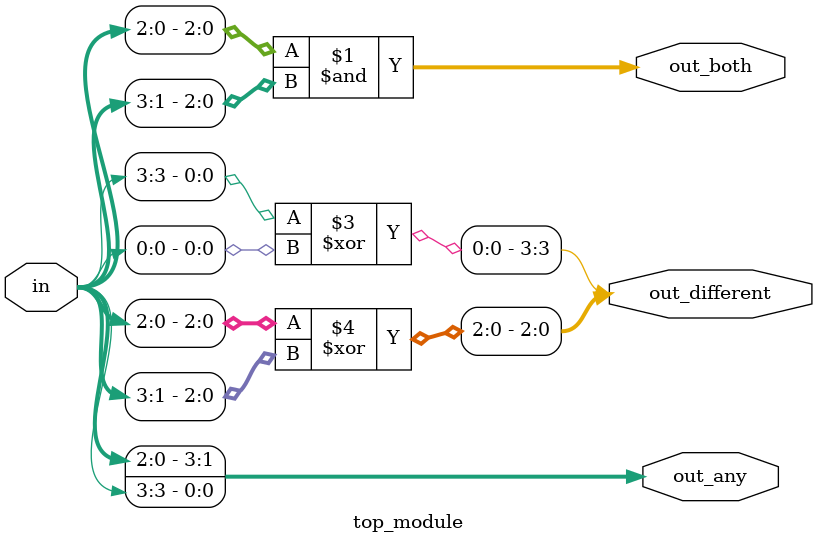
<source format=sv>
module top_module (
    input [3:0] in,
    output [2:0] out_both,
    output [3:0] out_any,
    output [3:0] out_different
);

    assign out_both = in[2:0] & in[3:1];
    assign out_any = {in[2:0], in[3]};
    
    always @(*) begin
        out_different[3] <= in[3] ^ in[0];
        out_different[2:0] <= in[2:0] ^ in[3:1];
    end

endmodule

</source>
